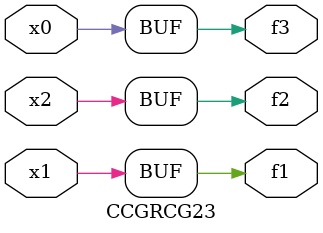
<source format=v>
module CCGRCG23(
	input x0, x1, x2,
	output f1, f2, f3
);
	assign f1 = x1;
	assign f2 = x2;
	assign f3 = x0;
endmodule

</source>
